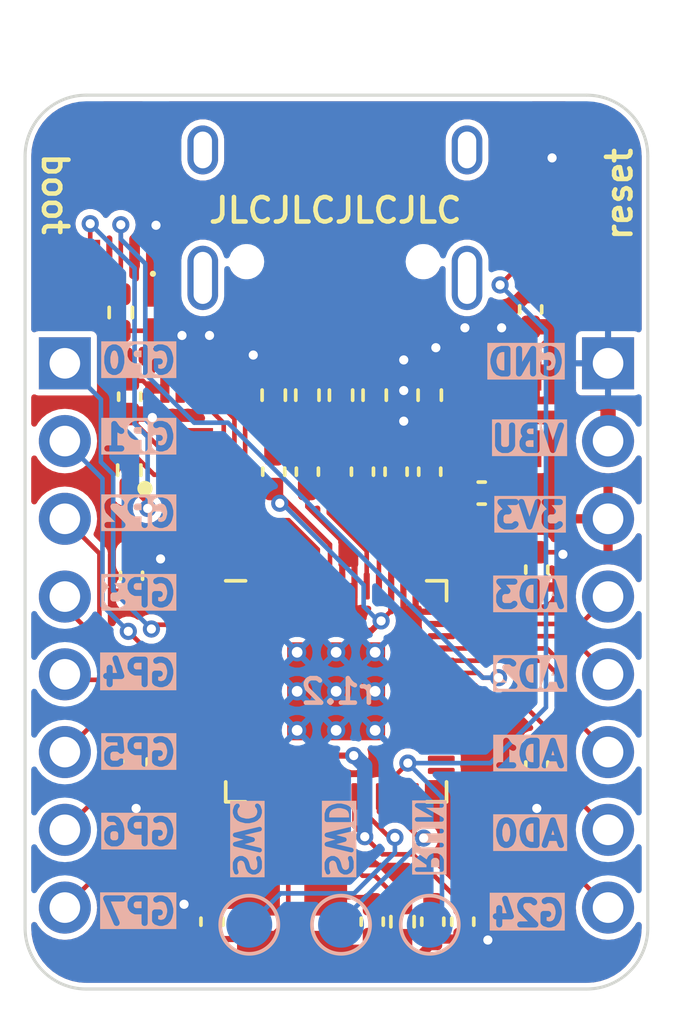
<source format=kicad_pcb>
(kicad_pcb (version 20221018) (generator pcbnew)
  (layers (0 "F.Cu" signal) (31 "B.Cu" signal) (34 "B.Paste" user) (35 "F.Paste" user) (36 "B.SilkS" user "B.Silkscreen") (37 "F.SilkS" user "F.Silkscreen") (38 "B.Mask" user) (39 "F.Mask" user) (44 "Edge.Cuts" user))
  (net 0 "")
  (net 1 "/XIN")
  (net 2 "GND")
  (net 3 "VBUS")
  (net 4 "Net-(C3-Pad1)")
  (net 5 "+3.3V")
  (net 6 "/USB_BOOT")
  (net 7 "+1V1")
  (net 8 "/USB_D+")
  (net 9 "/USB_D-")
  (net 10 "/SQPI_SS")
  (net 11 "/QSPI_SD1")
  (net 12 "/QSPI_SD2")
  (net 13 "/SWCLK")
  (net 14 "/SWD")
  (net 15 "/RUN")
  (net 16 "/XOUT")
  (net 17 "/QSPI_SD0")
  (net 18 "/QSPI_SCLK")
  (net 19 "/QSPI_SD3")
  (net 21 "Net-(J2-CC1)")
  (net 23 "Net-(J2-CC2)")
  (net 26 "/ADC3")
  (net 27 "/GP24")
  (net 44 "/GP0")
  (net 45 "/GP1")
  (net 46 "/GP2")
  (net 47 "/GP3")
  (net 48 "/GP4")
  (net 49 "/GP5")
  (net 50 "/GP6")
  (net 51 "/GP7")
  (net 52 "/USB_CHIP_D+")
  (net 53 "/USB_CHIP_D-")
  (net 54 "Net-(D3-A)")
  (net 55 "/GP25_LED")
  (net 56 "Net-(IC2-EN)")
  (net 58 "/ADC0")
  (net 59 "/ADC1")
  (net 60 "/ADC2")
  (footprint "Connector_PinHeader_2.54mm:PinHeader_1x08_P2.54mm_Vertical" (layer "F.Cu") (at 109.93 63.3275)
    (fp_text reference "J4" hide)
    (fp_text value "Power")
  )
  (footprint "Capacitor_SMD:C_0402_1005Metric_Pad0.74x0.62mm_HandSolder" (layer "F.Cu") (at 103 66.8675 90)
    (fp_text reference "C13" hide)
    (fp_text value "100n")
  )
  (footprint "Capacitor_SMD:C_0402_1005Metric_Pad0.74x0.62mm_HandSolder" (layer "F.Cu") (at 94.5 76.3675 -90)
    (fp_text reference "C14" hide)
    (fp_text value "100n")
  )
  (footprint "Resistor_SMD:R_0402_1005Metric_Pad0.72x0.64mm_HandSolder" (layer "F.Cu") (at 103.21 81.5675 -90)
    (fp_text reference "R4" hide)
    (fp_text value "1k")
  )
  (footprint "Resistor_SMD:R_0402_1005Metric_Pad0.72x0.64mm_HandSolder" (layer "F.Cu") (at 101.2 64.3675 -90)
    (fp_text reference "R7" hide)
    (fp_text value "27R")
  )
  (footprint "Capacitor_SMD:C_0402_1005Metric_Pad0.74x0.62mm_HandSolder" (layer "F.Cu") (at 100.1 66.8675 90)
    (fp_text reference "C11" hide)
    (fp_text value "100n")
  )
  (footprint "Connector_PinHeader_2.54mm:PinHeader_1x08_P2.54mm_Vertical" (layer "F.Cu") (at 92.17 63.3275)
    (fp_text reference "J1" hide)
    (fp_text value "GPIO")
  )
  (footprint "Capacitor_SMD:C_0402_1005Metric_Pad0.74x0.62mm_HandSolder" (layer "F.Cu") (at 104.1 66.8675 90)
    (fp_text reference "C10" hide)
    (fp_text value "1u")
  )
  (footprint "Connector_USB:USB_C_Receptacle_HRO_TYPE-C-31-M-12" (layer "F.Cu") (at 101 57.4075 180)
    (fp_text reference "J2" hide)
    (fp_text value "USB_C_Receptacle")
  )
  (footprint "Capacitor_SMD:C_0402_1005Metric_Pad0.74x0.62mm_HandSolder" (layer "F.Cu") (at 105.8 67.5675 180)
    (fp_text reference "C5" hide)
    (fp_text value "1u")
  )
  (footprint "Capacitor_SMD:C_0402_1005Metric_Pad0.74x0.62mm_HandSolder" (layer "F.Cu") (at 99 66.8675 90)
    (fp_text reference "C6" hide)
    (fp_text value "100n")
  )
  (footprint "Capacitor_SMD:C_0402_1005Metric_Pad0.74x0.62mm_HandSolder" (layer "F.Cu") (at 107.6 70.0675 90)
    (fp_text reference "C12" hide)
    (fp_text value "100n")
  )
  (footprint "Capacitor_SMD:C_0402_1005Metric_Pad0.74x0.62mm_HandSolder" (layer "F.Cu") (at 94.28975 64.4175 -90)
    (fp_text reference "C17" hide)
    (fp_text value "100n")
  )
  (footprint "Capacitor_SMD:C_0402_1005Metric_Pad0.74x0.62mm_HandSolder" (layer "F.Cu") (at 107.6 76.4675 -90)
    (fp_text reference "C9" hide)
    (fp_text value "100n")
  )
  (footprint "Capacitor_SMD:C_0402_1005Metric_Pad0.74x0.62mm_HandSolder" (layer "F.Cu") (at 96.98 81.5675 90)
    (fp_text reference "C1" hide)
    (fp_text value "15p")
  )
  (footprint "Capacitor_SMD:C_0402_1005Metric_Pad0.74x0.62mm_HandSolder" (layer "F.Cu") (at 94.35 70.2675 90)
    (fp_text reference "C15" hide)
    (fp_text value "100n")
  )
  (footprint "Capacitor_SMD:C_0402_1005Metric_Pad0.74x0.62mm_HandSolder" (layer "F.Cu") (at 105.18 81.5675 -90)
    (fp_text reference "C7" hide)
    (fp_text value "100n")
  )
  (footprint "mcu_rpi:RP2040-QFN-56" (layer "F.Cu") (at 101.03975 74.0425)
    (fp_text reference "U3" hide)
    (fp_text value "RP2040")
  )
  (footprint "Button_Switch_SMD:SMT_4.2X3.2_" (layer "F.Cu") (at 94.075 57.7425 90)
    (fp_text reference "SW2" hide)
    (fp_text value "boot" hide)
  )
  (footprint "Capacitor_SMD:C_0402_1005Metric_Pad0.74x0.62mm_HandSolder" (layer "F.Cu") (at 102.22 81.5675 -90)
    (fp_text reference "C3" hide)
    (fp_text value "15p")
  )
  (footprint "Crystal:Crystal_SMD_3225-4Pin_3.2x2.5mm" (layer "F.Cu") (at 99.6 81.6175)
    (fp_text reference "Y1" hide)
    (fp_text value "12MHz")
  )
  (footprint "Capacitor_SMD:C_0402_1005Metric_Pad0.74x0.62mm_HandSolder" (layer "F.Cu") (at 104.2 81.5675 -90)
    (fp_text reference "C16" hide)
    (fp_text value "100n")
  )
  (footprint "Package_SON:SON50P300X200X60-9N" (layer "F.Cu") (at 96.18975 65.5675 90)
    (fp_text reference "IC1" hide)
    (fp_text value "W25Q16JVUXIQ_TR" hide)
  )
  (footprint "Package_TO_SOT_SMD:SOT95P282X130-5N" (layer "F.Cu") (at 106.5 64.8675 -90)
    (fp_text reference "IC2" hide)
    (fp_text value "AP2112K-3.3TRG1" hide)
  )
  (footprint "Resistor_SMD:R_0402_1005Metric_Pad0.72x0.64mm_HandSolder" (layer "F.Cu") (at 99 64.3675 -90)
    (fp_text reference "R3" hide)
    (fp_text value "5k1")
  )
  (footprint "Capacitor_SMD:C_0402_1005Metric_Pad0.74x0.62mm_HandSolder" (layer "F.Cu") (at 101.9 66.8675 90)
    (fp_text reference "C8" hide)
    (fp_text value "1u")
  )
  (footprint "Resistor_SMD:R_0402_1005Metric_Pad0.72x0.64mm_HandSolder" (layer "F.Cu") (at 94.27725 66.8175 90)
    (fp_text reference "R1" hide)
    (fp_text value "1k")
  )
  (footprint "Resistor_SMD:R_0402_1005Metric_Pad0.72x0.64mm_HandSolder" (layer "F.Cu") (at 104.1 64.3675 90)
    (fp_text reference "R9" hide)
    (fp_text value "10k")
  )
  (footprint "Resistor_SMD:R_0402_1005Metric_Pad0.72x0.64mm_HandSolder" (layer "F.Cu") (at 94 61.6675 -90)
    (fp_text reference "R8" hide)
    (fp_text value "1k")
  )
  (footprint "Button_Switch_SMD:SMT_4.2X3.2_" (layer "F.Cu") (at 108 57.6675 90)
    (fp_text reference "SW1" hide)
    (fp_text value "reset" hide)
  )
  (footprint "LED_SMD:LED_0402_1005Metric_Pad0.77x0.64mm_HandSolder" (layer "F.Cu") (at 95.05 61.6675 -90)
    (fp_text reference "D3" hide)
    (fp_text value "LED")
  )
  (footprint "Capacitor_SMD:C_0402_1005Metric_Pad0.74x0.62mm_HandSolder" (layer "F.Cu") (at 107.4 61.5675 90)
    (fp_text reference "C2" hide)
    (fp_text value "1u")
  )
  (footprint "Resistor_SMD:R_0402_1005Metric_Pad0.72x0.64mm_HandSolder" (layer "F.Cu") (at 102.3 64.3675 -90)
    (fp_text reference "R2" hide)
    (fp_text value "5k1")
  )
  (footprint "Resistor_SMD:R_0402_1005Metric_Pad0.72x0.64mm_HandSolder" (layer "F.Cu") (at 100.1 64.3675 -90)
    (fp_text reference "R6" hide)
    (fp_text value "27R")
  )
  (footprint "TestPoint:TestPoint_Pad_D1.5mm" (layer "B.Cu") (at 104.1 81.6675 180)
    (fp_text reference "TP3" hide)
    (fp_text value "RUN")
  )
  (footprint "TestPoint:TestPoint_Pad_D1.5mm" (layer "B.Cu") (at 101.2 81.6675 180)
    (fp_text reference "TP2" hide)
    (fp_text value "SWD")
  )
  (footprint "TestPoint:TestPoint_Pad_D1.5mm" (layer "B.Cu") (at 98.2 81.6675 180)
    (fp_text reference "TP1" hide)
    (fp_text value "SWC")
  )
  (gr_line (start 92.87 83.7675) (end 109.23 83.7675) (stroke (width 0.1)) (layer "Edge.Cuts"))
  (gr_line (start 109.23 54.5675) (end 92.87 54.5675) (stroke (width 0.1)) (layer "Edge.Cuts"))
  (gr_line (start 111.23 81.7675) (end 111.23 56.5675) (stroke (width 0.1)) (layer "Edge.Cuts"))
  (gr_arc (start 111.23 81.7675) (mid 110.644214 83.181714) (end 109.23 83.7675) (stroke (width 0.1)) (layer "Edge.Cuts"))
  (gr_line (start 90.87 56.5675) (end 90.87 81.7675) (stroke (width 0.1)) (layer "Edge.Cuts"))
  (gr_arc (start 109.23 54.5675) (mid 110.644214 55.153286) (end 111.23 56.5675) (stroke (width 0.1)) (layer "Edge.Cuts"))
  (gr_arc (start 92.87 83.7675) (mid 91.455786 83.181714) (end 90.87 81.7675) (stroke (width 0.1)) (layer "Edge.Cuts"))
  (gr_arc (start 90.87 56.5675) (mid 91.455786 55.153286) (end 92.87 54.5675) (stroke (width 0.1)) (layer "Edge.Cuts"))
  (gr_text "GP7" (at 95.9 81.7175) (layer "B.SilkS" knockout) (effects (font (size 0.8 0.8) (thickness 0.2) bold) (justify left bottom mirror)))
  (gr_text "AD3" (at 108.6 71.3675) (layer "B.SilkS" knockout) (effects (font (size 0.8 0.8) (thickness 0.2) bold) (justify left bottom mirror)))
  (gr_text "G24" (at 108.6 81.7675) (layer "B.SilkS" knockout) (effects (font (size 0.8 0.8) (thickness 0.2) bold) (justify left bottom mirror)))
  (gr_text "GP1" (at 95.9 66.2175) (layer "B.SilkS" knockout) (effects (font (size 0.8 0.8) (thickness 0.2) bold) (justify left bottom mirror)))
  (gr_text "AD1" (at 108.6 76.5675) (layer "B.SilkS" knockout) (effects (font (size 0.8 0.8) (thickness 0.2) bold) (justify left bottom mirror)))
  (gr_text "GP2" (at 95.9 68.7175) (layer "B.SilkS" knockout) (effects (font (size 0.8 0.8) (thickness 0.2) bold) (justify left bottom mirror)))
  (gr_text "SWC" (at 98.1 78.8675 270) (layer "B.SilkS" knockout) (effects (font (size 0.8 0.8)) (justify mirror)))
  (gr_text "VBU\n" (at 108.6 66.2675) (layer "B.SilkS" knockout) (effects (font (size 0.8 0.8) (thickness 0.2) bold) (justify left bottom mirror)))
  (gr_text "RUN" (at 104.05 78.8175 270) (layer "B.SilkS" knockout) (effects (font (size 0.8 0.8)) (justify mirror)))
  (gr_text "AD2\n" (at 108.6 73.9675) (layer "B.SilkS" knockout) (effects (font (size 0.8 0.8) (thickness 0.2) bold) (justify left bottom mirror)))
  (gr_text "GND\n" (at 108.6 63.7675) (layer "B.SilkS" knockout) (effects (font (size 0.8 0.8) (thickness 0.2) bold) (justify left bottom mirror)))
  (gr_text "GP5" (at 95.9 76.5175) (layer "B.SilkS" knockout) (effects (font (size 0.8 0.8) (thickness 0.2) bold) (justify left bottom mirror)))
  (gr_text "SWD" (at 101.1 78.8675 270) (layer "B.SilkS" knockout) (effects (font (size 0.8 0.8)) (justify mirror)))
  (gr_text "GP0" (at 95.9 63.7175) (layer "B.SilkS" knockout) (effects (font (size 0.8 0.8) (thickness 0.2) bold) (justify left bottom mirror)))
  (gr_text "GP3" (at 95.9 71.3175) (layer "B.SilkS" knockout) (effects (font (size 0.8 0.8) (thickness 0.2) bold) (justify left bottom mirror)))
  (gr_text "3V3" (at 108.6 68.7675) (layer "B.SilkS" knockout) (effects (font (size 0.8 0.8) (thickness 0.2) bold) (justify left bottom mirror)))
  (gr_text "GP4" (at 95.9 73.9175) (layer "B.SilkS" knockout) (effects (font (size 0.8 0.8) (thickness 0.2) bold) (justify left bottom mirror)))
  (gr_text "r1.2" (at 101.1 74.05) (layer "B.SilkS") (effects (font (size 0.8 0.8)) (justify mirror)))
  (gr_text "AD0" (at 108.6 79.1675) (layer "B.SilkS" knockout) (effects (font (size 0.8 0.8) (thickness 0.2) bold) (justify left bottom mirror)))
  (gr_text "GP6" (at 95.9 79.1175) (layer "B.SilkS" knockout) (effects (font (size 0.8 0.8) (thickness 0.2) bold) (justify left bottom mirror)))
  (gr_text "JLCJLCJLCJLC" (at 96.8 58.8) (layer "F.SilkS") (effects (font (size 0.8 0.8)) (justify left bottom)))
  (gr_text "boot" (at 91.85 57.8 270) (layer "F.SilkS") (effects (font (size 0.8 0.8))))
  (gr_text "reset" (at 110.3 57.8 90) (layer "F.SilkS") (effects (font (size 0.8 0.8))))
  (segment (start 100.43975 79.17775) (end 99.475 80.1425) (width 0.15) (layer "F.Cu") (net 1))
  (segment (start 98.1675 82.135) (end 98.5 82.4675) (width 0.2) (layer "F.Cu") (net 1))
  (segment (start 99.475 81.4925) (end 98.5 82.4675) (width 0.15) (layer "F.Cu") (net 1))
  (segment (start 96.98 82.135) (end 98.1675 82.135) (width 0.2) (layer "F.Cu") (net 1))
  (segment (start 100.43975 77.48) (end 100.43975 79.17775) (width 0.15) (layer "F.Cu") (net 1))
  (segment (start 99.475 80.1425) (end 99.475 81.4925) (width 0.15) (layer "F.Cu") (net 1))
  (segment (start 99 66.3) (end 99 64.965) (width 0.5) (layer "F.Cu") (net 2))
  (segment (start 94.304377 65.049627) (end 95.089845 65.049627) (width 0.15) (layer "F.Cu") (net 2))
  (segment (start 99.125 80.1425) (end 98.5 80.7675) (width 0.15) (layer "F.Cu") (net 2))
  (segment (start 103.25 64.2175) (end 103.25 65.2175) (width 0.5) (layer "F.Cu") (net 2))
  (segment (start 105.2125 82.1675) (end 105.18 82.135) (width 0.15) (layer "F.Cu") (net 2))
  (segment (start 104.2 62.6275) (end 104.3 62.5275) (width 0.5) (layer "F.Cu") (net 2))
  (segment (start 104.1 66.3) (end 104.8325 66.3) (width 0.3) (layer "F.Cu") (net 2))
  (segment (start 106.45 62.1675) (end 106.5 62.2175) (width 0.5) (layer "F.Cu") (net 2))
  (segment (start 98.5 80.7675) (end 98.6 80.7675) (width 0.3) (layer "F.Cu") (net 2))
  (segment (start 100 66.3) (end 99 66.3) (width 0.5) (layer "F.Cu") (net 2))
  (segment (start 98.2675 81) (end 98.5 80.7675) (width 0.3) (layer "F.Cu") (net 2))
  (segment (start 106 82.1675) (end 105.2125 82.1675) (width 0.15) (layer "F.Cu") (net 2))
  (segment (start 94.5 76.935) (end 94.5 77.8675) (width 0.15) (layer "F.Cu") (net 2))
  (segment (start 104.01 62.8175) (end 104.25 62.5775) (width 0.5) (layer "F.Cu") (net 2))
  (segment (start 101.8875 82.4675) (end 102.22 82.135) (width 0.3) (layer "F.Cu") (net 2))
  (segment (start 103.581249 82.8725) (end 104.2 82.253749) (width 0.3) (layer "F.Cu") (net 2))
  (segment (start 95.05 61.095) (end 95.05 58.9175) (width 0.3) (layer "F.Cu") (net 2))
  (segment (start 94.35 69.7) (end 95.2825 69.7) (width 0.15) (layer "F.Cu") (net 2))
  (segment (start 102.22 82.135) (end 102.22 82.253749) (width 0.3) (layer "F.Cu") (net 2))
  (segment (start 103.25 63.2175) (end 103.25 64.2175) (width 0.5) (layer "F.Cu") (net 2))
  (segment (start 108.1 56.6175) (end 108.1 56.5675) (width 0.15) (layer "F.Cu") (net 2))
  (segment (start 103.25 62.8175) (end 103.44 62.6275) (width 0.5) (layer "F.Cu") (net 2))
  (segment (start 95.2825 69.7) (end 95.3 69.7175) (width 0.15) (layer "F.Cu") (net 2))
  (segment (start 104.8325 66.3) (end 104.8325 67.1675) (width 0.3) (layer "F.Cu") (net 2))
  (segment (start 99 64.965) (end 98.97483 64.965) (width 0.5) (layer "F.Cu") (net 2))
  (segment (start 95.83 61.1475) (end 95.7775 61.095) (width 0.3) (layer "F.Cu") (net 2))
  (segment (start 104.2 82.253749) (end 104.2 82.135) (width 0.3) (layer "F.Cu") (net 2))
  (segment (start 103.25 65.2175) (end 103 64.9675) (width 0.5) (layer "F.Cu") (net 2))
  (segment (start 107.311901 61) (end 106.5 61.811901) (width 0.5) (layer "F.Cu") (net 2))
  (segment (start 95.25 66.0675) (end 96.68975 66.0675) (width 0.15) (layer "F.Cu") (net 2))
  (segment (start 108.1 56.5675) (end 109.075 55.5925) (width 0.15) (layer "F.Cu") (net 2))
  (segment (start 100.03975 77.48) (end 100.03975 79.082776) (width 0.15) (layer "F.Cu") (net 2))
  (segment (start 104.3 62.5275) (end 104.3 62.8175) (width 0.5) (layer "F.Cu") (net 2))
  (segment (start 104.2 82.135) (end 105.18 82.135) (width 0.3) (layer "F.Cu") (net 2))
  (segment (start 95.05 58.9175) (end 95.15 58.8175) (width 0.3) (layer "F.Cu") (net 2))
  (segment (start 106.5 61.811901) (end 106.5 62.1175) (width 0.5) (layer "F.Cu") (net 2))
  (segment (start 98.33 63.0575) (end 98.29 63.0575) (width 0.3) (layer "F.Cu") (net 2))
  (segment (start 96.93975 66.3175) (end 96.93975 66.9675) (width 0.15) (layer "F.Cu") (net 2))
  (segment (start 97.5 62.5675) (end 96.15 62.5675) (width 0.5) (layer "F.Cu") (net 2))
  (segment (start 107.4 61) (end 107.311901 61) (width 0.5) (layer "F.Cu") (net 2))
  (segment (start 99.125 79.997526) (end 99.125 80.1425) (width 0.15) (layer "F.Cu") (net 2))
  (segment (start 98.33 64.295) (end 99 64.965) (width 0.3) (layer "F.Cu") (net 2))
  (segment (start 95.7775 61.095) (end 95.05 61.095) (width 0.3) (layer "F.Cu") (net 2))
  (segment (start 100.03975 79.082776) (end 99.125 79.997526) (width 0.15) (layer "F.Cu") (net 2))
  (segment (start 104.3 62.8175) (end 104.01 62.8175) (width 0.5) (layer "F.Cu") (net 2))
  (segment (start 102.3025 64.9675) (end 102.3 64.965) (width 0.5) (layer "F.Cu") (net 2))
  (segment (start 102.22 82.253749) (end 102.838751 82.8725) (width 0.3) (layer "F.Cu") (net 2))
  (segment (start 107.6 77.035) (end 107.6 77.8675) (width 0.15) (layer "F.Cu") (net 2))
  (segment (start 104.8325 67.1675) (end 105.2325 67.5675) (width 0.3) (layer "F.Cu") (net 2))
  (segment (start 98.33 63.0575) (end 98.33 64.295) (width 0.3) (layer "F.Cu") (net 2))
  (segment (start 98.29 63.0575) (end 97.65 62.4175) (width 0.5) (layer "F.Cu") (net 2))
  (segment (start 100.7 82.4675) (end 101.8875 82.4675) (width 0.3) (layer "F.Cu") (net 2))
  (segment (start 102.838751 82.8725) (end 103.581249 82.8725) (width 0.3) (layer "F.Cu") (net 2))
  (segment (start 103.44 62.6275) (end 104.2 62.6275) (width 0.5) (layer "F.Cu") (net 2))
  (segment (start 106.5 62.2175) (end 106.5 63.6175) (width 0.5) (layer "F.Cu") (net 2))
  (segment (start 103.25 63.2175) (end 103.25 62.8175) (width 0.5) (layer "F.Cu") (net 2))
  (segment (start 99 65.038383) (end 99 64.965) (width 0.3) (layer "F.Cu") (net 2))
  (segment (start 97.65 62.4175) (end 97.5 62.5675) (width 0.5) (layer "F.Cu") (net 2))
  (segment (start 107.6 69.5) (end 108.387 69.5) (width 0.15) (layer "F.Cu") (net 2))
  (segment (start 104.25 62.5775) (end 104.25 61.4525) (width 0.5) (layer "F.Cu") (net 2))
  (segment (start 106.5 62.1175) (end 106.45 62.1675) (width 0.5) (layer "F.Cu") (net 2))
  (segment (start 97.75 62.4775) (end 97.75 61.4525) (width 0.3) (layer "F.Cu") (net 2))
  (segment (start 95.05 59.9175) (end 95.15 59.8175) (width 0.15) (layer "F.Cu") (net 2))
  (segment (start 96.68975 66.0675) (end 96.93975 66.3175) (width 0.15) (layer "F.Cu") (net 2))
  (segment (start 96.0675 81) (end 96.98 81) (width 0.3) (layer "F.Cu") (net 2))
  (segment (start 96.98 81) (end 98.2675 81) (width 0.3) (layer "F.Cu") (net 2))
  (segment (start 96 61.609582) (end 95.83 61.439582) (width 0.3) (layer "F.Cu") (net 2))
  (segment (start 100.3 82.4675) (end 100.7 82.4675) (width 0.3) (layer "F.Cu") (net 2))
  (segment (start 95.83 61.439582) (end 95.83 61.1475) (width 0.3) (layer "F.Cu") (net 2))
  (segment (start 103 64.9675) (end 102.3025 64.9675) (width 0.5) (layer "F.Cu") (net 2))
  (segment (start 108.387 69.5) (end 108.4545 69.5675) (width 0.15) (layer "F.Cu") (net 2))
  (segment (start 94.28975 65.10725) (end 95.25 66.0675) (width 0.15) (layer "F.Cu") (net 2))
  (segment (start 96.15 62.5675) (end 96 62.4175) (width 0.5) (layer "F.Cu") (net 2))
  (segment (start 96 62.4175) (end 96 61.609582) (width 0.3) (layer "F.Cu") (net 2))
  (via (at 103.25 64.2175) (size 0.56) (drill 0.3) (layers "F.Cu" "B.Cu") (net 2))
  (via (at 94.5 77.8675) (size 0.56) (drill 0.3) (layers "F.Cu" "B.Cu") (net 2))
  (via (at 103.25 63.2175) (size 0.56) (drill 0.3) (layers "F.Cu" "B.Cu") (net 2))
  (via (at 108.1 56.6175) (size 0.56) (drill 0.3) (layers "F.Cu" "B.Cu") (net 2))
  (via (at 107.6 77.8675) (size 0.56) (drill 0.3) (layers "F.Cu" "B.Cu") (net 2))
  (via (at 95.15 58.8175) (size 0.56) (drill 0.3) (layers "F.Cu" "B.Cu") (net 2))
  (via (at 104.3 62.8175) (size 0.56) (drill 0.3) (layers "F.Cu" "B.Cu") (net 2))
  (via (at 103.25 65.2175) (size 0.56) (drill 0.3) (layers "F.Cu" "B.Cu") (net 2))
  (via (at 106.45 62.1675) (size 0.56) (drill 0.3) (layers "F.Cu" "B.Cu") (net 2))
  (via (at 98.33 63.0575) (size 0.56) (drill 0.3) (layers "F.Cu" "B.Cu") (net 2))
  (via (at 96 62.4175) (size 0.56) (drill 0.3) (layers "F.Cu" "B.Cu") (net 2))
  (via (at 95.03175 65.09814) (size 0.56) (drill 0.3) (layers "F.Cu" "B.Cu") (net 2))
  (via (at 108.4545 69.5675) (size 0.56) (drill 0.3) (layers "F.Cu" "B.Cu") (net 2))
  (via (at 96.0675 81) (size 0.56) (drill 0.3) (layers "F.Cu" "B.Cu") (net 2))
  (via (at 96.9 62.4175) (size 0.56) (drill 0.3) (layers "F.Cu" "B.Cu") (net 2))
  (via (at 105.25 62.1675) (size 0.56) (drill 0.3) (layers "F.Cu" "B.Cu") (net 2))
  (via (at 95.3 69.7175) (size 0.56) (drill 0.3) (layers "F.Cu" "B.Cu") (net 2))
  (via (at 106 82.1675) (size 0.56) (drill 0.3) (layers "F.Cu" "B.Cu") (net 2))
  (segment (start 109.93 61.8975) (end 109.9 61.8675) (width 0.5) (layer "B.Cu") (net 2))
  (segment (start 107.45 63.6175) (end 108.3 63.6175) (width 0.5) (layer "F.Cu") (net 3))
  (segment (start 106.6025 64.965) (end 107.45 64.1175) (width 0.15) (layer "F.Cu") (net 3))
  (segment (start 103.424695 58.6675) (end 104.9 58.6675) (width 0.8) (layer "F.Cu") (net 3))
  (segment (start 103.35 60.592805) (end 103.35 61.4525) (width 0.3) (layer "F.Cu") (net 3))
  (segment (start 98.45 61.4525) (end 98.45 60.7675) (width 0.3) (layer "F.Cu") (net 3))
  (segment (start 102.424695 59.6675) (end 103.424695 58.6675) (width 0.8) (layer "F.Cu") (net 3))
  (segment (start 108.63 64.6275) (end 109.81 64.6275) (width 0.5) (layer "F.Cu") (net 3))
  (segment (start 109.93 64.7475) (end 109.93 65.8675) (width 0.5) (layer "F.Cu") (net 3))
  (segment (start 98.45 60.7675) (end 99.55 59.6675) (width 0.3) (layer "F.Cu") (net 3))
  (segment (start 104.1 64.965) (end 106.6025 64.965) (width 0.15) (layer "F.Cu") (net 3))
  (segment (start 99.55 59.6675) (end 102.424695 59.6675) (width 0.8) (layer "F.Cu") (net 3))
  (segment (start 109.81 64.6275) (end 109.93 64.7475) (width 0.5) (layer "F.Cu") (net 3))
  (segment (start 108.63 63.9475) (end 108.63 64.6275) (width 0.5) (layer "F.Cu") (net 3))
  (segment (start 108.3 63.6175) (end 108.63 63.9475) (width 0.5) (layer "F.Cu") (net 3))
  (segment (start 102.424695 59.6675) (end 103.35 60.592805) (width 0.3) (layer "F.Cu") (net 3))
  (segment (start 107.45 64.1175) (end 107.45 63.6175) (width 0.15) (layer "F.Cu") (net 3))
  (segment (start 102.22 81) (end 103.21 81.99) (width 0.15) (layer "F.Cu") (net 4))
  (segment (start 100.7 80.7675) (end 101.9875 80.7675) (width 0.15) (layer "F.Cu") (net 4))
  (segment (start 101.9875 80.7675) (end 102.22 81) (width 0.15) (layer "F.Cu") (net 4))
  (segment (start 103.21 81.99) (end 103.21 82.165) (width 0.15) (layer "F.Cu") (net 4))
  (segment (start 98.71475 71.5675) (end 98.51475 71.7675) (width 0.3) (layer "F.Cu") (net 5))
  (segment (start 94.675 75.0925) (end 94.5 75.2675) (width 0.2) (layer "F.Cu") (net 5))
  (segment (start 94.98975 64.1675) (end 95.43975 64.1675) (width 0.15) (layer "F.Cu") (net 5))
  (segment (start 103.63975 71.2925) (end 103.63975 71.4425) (width 0.15) (layer "F.Cu") (net 5))
  (segment (start 101.933989 76.742) (end 101.983489 76.6925) (width 0.2) (layer "F.Cu") (net 5))
  (segment (start 104.2 80.987317) (end 102.930183 79.7175) (width 0.15) (layer "F.Cu") (net 5))
  (segment (start 97.60225 75.0425) (end 98.48975 75.0425) (width 0.2) (layer "F.Cu") (net 5))
  (segment (start 103.23975 70.605) (end 103.23975 71.8425) (width 0.15) (layer "F.Cu") (net 5))
  (segment (start 99.23975 76.6925) (end 101.055435 76.6925) (width 0.3) (layer "F.Cu") (net 5))
  (segment (start 103.23975 74.9675) (end 103.23975 75.6425) (width 0.5) (layer "F.Cu") (net 5))
  (segment (start 103.31475 75.0425) (end 103.23975 74.9675) (width 0.2) (layer "F.Cu") (net 5))
  (segment (start 104.43975 70.9425) (end 104.43975 70.8675) (width 0.5) (layer "F.Cu") (net 5))
  (segment (start 97.60225 75.0425) (end 96.2575 75.0425) (width 0.2) (layer "F.Cu") (net 5))
  (segment (start 94.5 75.2675) (end 94.5 75.8) (width 0.2) (layer "F.Cu") (net 5))
  (segment (start 104.1 68.60725) (end 103.63975 69.0675) (width 0.2) (layer "F.Cu") (net 5))
  (segment (start 97.60225 71.06975) (end 97.60225 71.4425) (width 0.15) (layer "F.Cu") (net 5))
  (segment (start 94.3675 70.8175) (end 97.35 70.8175) (width 0.15) (layer "F.Cu") (net 5))
  (segment (start 102.206907 76.709657) (end 102.18975 76.6925) (width 0.3) (layer "F.Cu") (net 5))
  (segment (start 106.175 75.0425) (end 107.0325 75.9) (width 0.2) (layer "F.Cu") (net 5))
  (segment (start 101.933489 76.7425) (end 101.983489 76.6925) (width 0.2) (layer "F.Cu") (net 5))
  (segment (start 103 67.435) (end 103 68.82775) (width 0.2) (layer "F.Cu") (net 5))
  (segment (start 100.1 68.012672) (end 100.1 67.435) (width 0.15) (layer "F.Cu") (net 5))
  (segment (start 98.51475 71.7675) (end 98.51475 75.0675) (width 0.3) (layer "F.Cu") (net 5))
  (segment (start 102.05 79.7175) (end 101.23975 78.90725) (width 0.15) (layer "F.Cu") (net 5))
  (segment (start 103.23975 71.8425) (end 103.23975 74.9675) (width 0.5) (layer "F.Cu") (net 5))
  (segment (start 103.63975 71.4425) (end 103.23975 71.8425) (width 0.3) (layer "F.Cu") (net 5))
  (segment (start 104.2 81) (end 104.2 80.987317) (width 0.15) (layer "F.Cu") (net 5))
  (segment (start 101.23975 76.876815) (end 101.055435 76.6925) (width 0.2) (layer "F.Cu") (net 5))
  (segment (start 101.104935 76.742) (end 101.933989 76.742) (width 0.2) (layer "F.Cu") (net 5))
  (segment (start 102.18975 76.6925) (end 101.983489 76.6925) (width 0.3) (layer "F.Cu") (net 5))
  (segment (start 101.23975 71.5675) (end 98.71475 71.5675) (width 0.3) (layer "F.Cu") (net 5))
  (segment (start 94.35 70.835) (end 94.3675 70.8175) (width 0.15) (layer "F.Cu") (net 5))
  (segment (start 104.43975 70.8675) (end 104.17725 70.605) (width 0.5) (layer "F.Cu") (net 5))
  (segment (start 103 68.82775) (end 103.23975 69.0675) (width 0.2) (layer "F.Cu") (net 5))
  (segment (start 101.444775 76.7425) (end 101.933489 76.7425) (width 0.2) (layer "F.Cu") (net 5))
  (segment (start 107.0325 75.9) (end 107.6 75.9) (width 0.2) (layer "F.Cu") (net 5))
  (segment (start 103.23975 69.0675) (end 103.23975 70.605) (width 0.2) (layer "F.Cu") (net 5))
  (segment (start 103.23975 75.6425) (end 102.224065 76.658185) (width 0.3) (layer "F.Cu") (net 5))
  (segment (start 101.23975 77.48) (end 101.23975 76.947525) (width 0.2) (layer "F.Cu") (net 5))
  (segment (start 101.23975 77.48) (end 101.23975 76.876815) (width 0.2) (layer "F.Cu") (net 5))
  (segment (start 104.43975 70.9425) (end 104.43975 71.2925) (width 0.5) (layer "F.Cu") (net 5))
  (segment (start 94.72225 63.9) (end 94.98975 64.1675) (width 0.15) (layer "F.Cu") (net 5))
  (segment (start 98.51475 75.9675) (end 99.23975 76.6925) (width 0.3) (layer "F.Cu") (net 5))
  (segment (start 98.51475 75.0675) (end 98.51475 75.9675) (width 0.3) (layer "F.Cu") (net 5))
  (segment (start 101.63975 71.5675) (end 101.23975 71.5675) (width 0.3) (layer "F.Cu") (net 5))
  (segment (start 101.63975 70.605) (end 101.63975 71.5675) (width 0.15) (layer "F.Cu") (net 5))
  (segment (start 104.47725 75.0425) (end 103.31475 75.0425) (width 0.2) (layer "F.Cu") (net 5))
  (segment (start 101.23975 78.90725) (end 101.23975 77.48) (width 0.15) (layer "F.Cu") (net 5))
  (segment (start 96.2575 75.0425) (end 96.2075 75.0925) (width 0.2) (layer "F.Cu") (net 5))
  (segment (start 101.63975 69.552422) (end 101.23975 69.152422) (width 0.15) (layer "F.Cu") (net 5))
  (segment (start 102.224065 76.658185) (end 102.224065 76.6925) (width 0.3) (layer "F.Cu") (net 5))
  (segment (start 104.1 67.435) (end 104.1 68.60725) (width 0.2) (layer "F.Cu") (net 5))
  (segment (start 104.47725 71.4425) (end 106.075 71.4425) (width 0.2) (layer "F.Cu") (net 5))
  (segment (start 101.23975 70.605) (end 101.23975 71.5675) (width 0.15) (layer "F.Cu") (net 5))
  (segment (start 98.58975 71.4425) (end 98.71475 71.5675) (width 0.2) (layer "F.Cu") (net 5))
  (segment (start 102.224065 76.6925) (end 102.206907 76.709657) (width 0.3) (layer "F.Cu") (net 5))
  (segment (start 101.23975 76.947525) (end 101.444775 76.7425) (width 0.2) (layer "F.Cu") (net 5))
  (segment (start 101.055435 76.6925) (end 101.104935 76.742) (width 0.2) (layer "F.Cu") (net 5))
  (segment (start 102.930183 79.7175) (end 102.05 79.7175) (width 0.15) (layer "F.Cu") (net 5))
  (segment (start 100.1 68.012672) (end 101.23975 69.152422) (width 0.15) (layer "F.Cu") (net 5))
  (segment (start 98.48975 75.0425) (end 98.51475 75.0675) (width 0.2) (layer "F.Cu") (net 5))
  (segment (start 106.075 71.4425) (end 106.8825 70.635) (width 0.2) (layer "F.Cu") (net 5))
  (segment (start 96.2075 75.0925) (end 94.675 75.0925) (width 0.2) (layer "F.Cu") (net 5))
  (segment (start 97.35 70.8175) (end 97.60225 71.06975) (width 0.15) (layer "F.Cu") (net 5))
  (segment (start 103.63975 70.605) (end 103.63975 71.2925) (width 0.2) (layer "F.Cu") (net 5))
  (segment (start 104.47725 75.0425) (end 106.175 75.0425) (width 0.2) (layer "F.Cu") (net 5))
  (segment (start 94.28975 63.9) (end 94.72225 63.9) (width 0.15) (layer "F.Cu") (net 5))
  (segment (start 106.8825 70.635) (end 107.6 70.635) (width 0.2) (layer "F.Cu") (net 5))
  (segment (start 101.23975 69.152422) (end 101.23975 70.605) (width 0.15) (layer "F.Cu") (net 5))
  (segment (start 103.63975 71.2925) (end 103.78975 71.4425) (width 0.2) (layer "F.Cu") (net 5))
  (segment (start 103.78975 71.4425) (end 104.47725 71.4425) (width 0.2) (layer "F.Cu") (net 5))
  (segment (start 97.60225 71.4425) (end 98.58975 71.4425) (width 0.2) (layer "F.Cu") (net 5))
  (segment (start 104.17725 70.605) (end 103.73975 70.605) (width 0.5) (layer "F.Cu") (net 5))
  (segment (start 101.63975 70.605) (end 101.63975 69.552422) (width 0.15) (layer "F.Cu") (net 5))
  (segment (start 103.63975 69.0675) (end 103.63975 70.605) (width 0.2) (layer "F.Cu") (net 5))
  (segment (start 94.87725 67.89225) (end 94.4 67.415) (width 0.15) (layer "F.Cu") (net 6))
  (segment (start 94.87725 68.0675) (end 94.87725 67.89225) (width 0.15) (layer "F.Cu") (net 6))
  (segment (start 93 58.7675) (end 93 59.8175) (width 0.15) (layer "F.Cu") (net 6))
  (via (at 93 58.7675) (size 0.56) (drill 0.3) (layers "F.Cu" "B.Cu") (net 6))
  (via (at 94.87725 68.0675) (size 0.56) (drill 0.3) (layers "F.Cu" "B.Cu") (net 6))
  (segment (start 95 68.0675) (end 94.87725 68.0675) (width 0.15) (layer "B.Cu") (net 6))
  (segment (start 94.45 65.301279) (end 94.45 60.2175) (width 0.15) (layer "B.Cu") (net 6))
  (segment (start 94.87725 65.728529) (end 94.45 65.301279) (width 0.15) (layer "B.Cu") (net 6))
  (segment (start 94.45 60.2175) (end 93 58.7675) (width 0.15) (layer "B.Cu") (net 6))
  (segment (start 94.87725 68.0675) (end 94.87725 65.728529) (width 0.15) (layer "B.Cu") (net 6))
  (segment (start 99.669854 68.0775) (end 100.83975 69.247396) (width 0.15) (layer "F.Cu") (net 7))
  (segment (start 101.975487 78.792013) (end 101.63975 78.456276) (width 0.15) (layer "F.Cu") (net 7))
  (segment (start 102.83975 70.142196) (end 102.83975 71.43) (width 0.2) (layer "F.Cu") (net 7))
  (segment (start 102.83975 71.137475) (end 102.83975 71.413) (width 0.15) (layer "F.Cu") (net 7))
  (segment (start 99.666888 68.0775) (end 99.669854 68.0775) (width 0.15) (layer "F.Cu") (net 7))
  (segment (start 101.975487 78.792013) (end 102.550974 79.3675) (width 0.15) (layer "F.Cu") (net 7))
  (segment (start 102.83975 71.413) (end 102.51025 71.7425) (width 0.15) (layer "F.Cu") (net 7))
  (segment (start 100.83975 69.247396) (end 100.83975 70.605) (width 0.15) (layer "F.Cu") (net 7))
  (segment (start 102.83975 69.2675) (end 102.83975 70.605) (width 0.15) (layer "F.Cu") (net 7))
  (segment (start 101.9 67.435) (end 101.9 68.32775) (width 0.15) (layer "F.Cu") (net 7))
  (segment (start 99.024388 67.435) (end 99.666888 68.0775) (width 0.15) (layer "F.Cu") (net 7))
  (segment (start 102.18525 72.0675) (end 102.51025 71.7425) (width 0.2) (layer "F.Cu") (net 7))
  (segment (start 102.550974 79.3675) (end 103.5475 79.3675) (width 0.15) (layer "F.Cu") (net 7))
  (segment (start 101.61475 76.142) (end 99.325646 76.142) (width 0.2) (layer "F.Cu") (net 7))
  (segment (start 99 67.435) (end 99.024388 67.435) (width 0.15) (layer "F.Cu") (net 7))
  (segment (start 103.5475 79.3675) (end 105.18 81) (width 0.15) (layer "F.Cu") (net 7))
  (segment (start 99 67.701146) (end 99 67.435) (width 0.15) (layer "F.Cu") (net 7))
  (segment (start 101.63975 78.456276) (end 101.63975 77.48) (width 0.15) (layer "F.Cu") (net 7))
  (segment (start 99.325646 76.142) (end 99.01475 75.831104) (width 0.2) (layer "F.Cu") (net 7))
  (segment (start 99.197209 67.898355) (end 99 67.701146) (width 0.15) (layer "F.Cu") (net 7))
  (segment (start 99.01475 72.0675) (end 102.18525 72.0675) (width 0.2) (layer "F.Cu") (net 7))
  (segment (start 102.83975 71.137475) (end 102.83975 70.605) (width 0.2) (layer "F.Cu") (net 7))
  (segment (start 101.9 68.32775) (end 102.83975 69.2675) (width 0.15) (layer "F.Cu") (net 7))
  (segment (start 99.01475 75.831104) (end 99.01475 72.0675) (width 0.2) (layer "F.Cu") (net 7))
  (via (at 101.975487 78.792013) (size 0.56) (drill 0.3) (layers "F.Cu" "B.Cu") (net 7))
  (via (at 101.61475 76.142) (size 0.56) (drill 0.3) (layers "F.Cu" "B.Cu") (net 7))
  (via (at 99.197209 67.898355) (size 0.56) (drill 0.3) (layers "F.Cu" "B.Cu") (net 7))
  (via (at 102.51025 71.7425) (size 0.56) (drill 0.3) (layers "F.Cu" "B.Cu") (net 7))
  (segment (start 102.51025 71.738) (end 102.51025 71.7425) (width 0.5) (layer "B.Cu") (net 7))
  (segment (start 101.93975 70.5675) (end 101.93975 71.2675) (width 0.15) (layer "B.Cu") (net 7))
  (segment (start 101.975487 78.792013) (end 101.975487 76.478237) (width 0.5) (layer "B.Cu") (net 7))
  (segment (start 99.270605 67.898355) (end 101.93975 70.5675) (width 0.15) (layer "B.Cu") (net 7))
  (segment (start 101.975487 76.478237) (end 101.63925 76.142) (width 0.5) (layer "B.Cu") (net 7))
  (segment (start 101.93975 71.2675) (end 102.41475 71.7425) (width 0.15) (layer "B.Cu") (net 7))
  (segment (start 101.63925 76.142) (end 101.61475 76.142) (width 0.5) (layer "B.Cu") (net 7))
  (segment (start 99.197209 67.898355) (end 99.270605 67.898355) (width 0.15) (layer "B.Cu") (net 7))
  (segment (start 102.41475 71.7425) (end 102.51025 71.7425) (width 0.15) (layer "B.Cu") (net 7))
  (segment (start 100.25 64.06) (end 100.1 63.91) (width 0.15) (layer "F.Cu") (net 8))
  (segment (start 101.25 62.3775) (end 101.175 62.4525) (width 0.15) (layer "F.Cu") (net 8))
  (segment (start 100.325 62.4525) (end 100.25 62.3775) (width 0.15) (layer "F.Cu") (net 8))
  (segment (start 101.175 62.4525) (end 100.325 62.4525) (width 0.15) (layer "F.Cu") (net 8))
  (segment (start 100.1 62.5675) (end 100.25 62.4175) (width 0.15) (layer "F.Cu") (net 8))
  (segment (start 100.25 62.3775) (end 100.25 61.4525) (width 0.15) (layer "F.Cu") (net 8))
  (segment (start 101.25 61.4525) (end 101.25 62.3775) (width 0.15) (layer "F.Cu") (net 8))
  (segment (start 100.1 63.91) (end 100.1 62.5675) (width 0.15) (layer "F.Cu") (net 8))
  (segment (start 100.25 62.4175) (end 100.25 61.4525) (width 0.15) (layer "F.Cu") (net 8))
  (segment (start 100.75 60.5275) (end 100.825 60.4525) (width 0.15) (layer "F.Cu") (net 9))
  (segment (start 101.75 63.0175) (end 101.75 61.4525) (width 0.15) (layer "F.Cu") (net 9))
  (segment (start 101.2 63.5675) (end 101.75 63.0175) (width 0.15) (layer "F.Cu") (net 9))
  (segment (start 100.75 61.4525) (end 100.75 60.5275) (width 0.15) (layer "F.Cu") (net 9))
  (segment (start 100.825 60.4525) (end 101.675 60.4525) (width 0.15) (layer "F.Cu") (net 9))
  (segment (start 101.2 63.77) (end 101.2 63.5675) (width 0.15) (layer "F.Cu") (net 9))
  (segment (start 101.75 60.5275) (end 101.75 61.4525) (width 0.15) (layer "F.Cu") (net 9))
  (segment (start 101.675 60.4525) (end 101.75 60.5275) (width 0.15) (layer "F.Cu") (net 9))
  (segment (start 95.43975 66.9675) (end 95.43975 67.605) (width 0.15) (layer "F.Cu") (net 10))
  (segment (start 95.08725 66.9675) (end 94.28975 66.17) (width 0.15) (layer "F.Cu") (net 10))
  (segment (start 95.43975 67.605) (end 98.43975 70.605) (width 0.15) (layer "F.Cu") (net 10))
  (segment (start 95.43975 66.9675) (end 95.08725 66.9675) (width 0.15) (layer "F.Cu") (net 10))
  (segment (start 95.93975 67.577119) (end 98.215486 69.852855) (width 0.15) (layer "F.Cu") (net 11))
  (segment (start 95.93975 66.9675) (end 95.93975 67.577119) (width 0.15) (layer "F.Cu") (net 11))
  (segment (start 98.83975 69.852855) (end 98.83975 70.605) (width 0.15) (layer "F.Cu") (net 11))
  (segment (start 98.215486 69.852855) (end 98.83975 69.852855) (width 0.15) (layer "F.Cu") (net 11))
  (segment (start 99.23975 69.692172) (end 99.23975 70.605) (width 0.15) (layer "F.Cu") (net 12))
  (segment (start 96.43975 67.5675) (end 98.375105 69.502855) (width 0.15) (layer "F.Cu") (net 12))
  (segment (start 99.050433 69.502855) (end 99.23975 69.692172) (width 0.15) (layer "F.Cu") (net 12))
  (segment (start 98.375105 69.502855) (end 99.050433 69.502855) (width 0.15) (layer "F.Cu") (net 12))
  (segment (start 96.43975 66.9675) (end 96.43975 67.5675) (width 0.15) (layer "F.Cu") (net 12))
  (segment (start 102.781131 78.813474) (end 102.03975 78.072093) (width 0.15) (layer "F.Cu") (net 13))
  (segment (start 102.961791 78.813474) (end 102.781131 78.813474) (width 0.15) (layer "F.Cu") (net 13))
  (segment (start 102.03975 78.072093) (end 102.03975 77.48) (width 0.15) (layer "F.Cu") (net 13))
  (via (at 102.961791 78.813474) (size 0.56) (drill 0.3) (layers "F.Cu" "B.Cu") (net 13))
  (segment (start 101.630026 80.6425) (end 99.225 80.6425) (width 0.15) (layer "B.Cu") (net 13))
  (segment (start 99.225 80.6425) (end 98.2 81.6675) (width 0.15) (layer "B.Cu") (net 13))
  (segment (start 102.961791 78.813474) (end 102.961791 79.310735) (width 0.15) (layer "B.Cu") (net 13))
  (segment (start 102.961791 79.310735) (end 101.630026 80.6425) (width 0.15) (layer "B.Cu") (net 13))
  (segment (start 103.76962 78.83712) (end 103.190974 78.258474) (width 0.15) (layer "F.Cu") (net 14))
  (segment (start 102.43975 77.977119) (end 102.43975 77.48) (width 0.15) (layer "F.Cu") (net 14))
  (segment (start 103.9 78.83712) (end 103.76962 78.83712) (width 0.15) (layer "F.Cu") (net 14))
  (segment (start 102.721105 78.258474) (end 102.43975 77.977119) (width 0.15) (layer "F.Cu") (net 14))
  (segment (start 103.190974 78.258474) (end 102.721105 78.258474) (width 0.15) (layer "F.Cu") (net 14))
  (via (at 103.9 78.83712) (size 0.56) (drill 0.3) (layers "F.Cu" "B.Cu") (net 14))
  (segment (start 101.2 81.5675) (end 101.2 81.6675) (width 0.15) (layer "B.Cu") (net 14))
  (segment (start 103.9 78.8675) (end 101.2 81.5675) (width 0.15) (layer "B.Cu") (net 14))
  (segment (start 103.9 78.83712) (end 103.9 78.8675) (width 0.15) (layer "B.Cu") (net 14))
  (segment (start 106.925 60.2425) (end 106.925 59.7425) (width 0.15) (layer "F.Cu") (net 15))
  (segment (start 106.4 60.7675) (end 106.925 60.2425) (width 0.15) (layer "F.Cu") (net 15))
  (segment (start 107 55.6675) (end 106.925 55.5925) (width 0.15) (layer "F.Cu") (net 15))
  (segment (start 102.83975 76.932748) (end 102.83975 77.48) (width 0.15) (layer "F.Cu") (net 15))
  (segment (start 103.385051 76.387447) (end 102.83975 76.932748) (width 0.15) (layer "F.Cu") (net 15))
  (via (at 106.4 60.7675) (size 0.56) (drill 0.3) (layers "F.Cu" "B.Cu") (net 15))
  (via (at 103.385051 76.387447) (size 0.56) (drill 0.3) (layers "F.Cu" "B.Cu") (net 15))
  (segment (start 104.5 77.502396) (end 104.5 81.2675) (width 0.15) (layer "B.Cu") (net 15))
  (segment (start 104.5 81.2675) (end 104.1 81.6675) (width 0.15) (layer "B.Cu") (net 15))
  (segment (start 106.080053 76.387447) (end 107.9 74.5675) (width 0.15) (layer "B.Cu") (net 15))
  (segment (start 107.9 74.5675) (end 107.9 62.2675) (width 0.15) (layer "B.Cu") (net 15))
  (segment (start 104.5 77.502396) (end 103.385051 76.387447) (width 0.15) (layer "B.Cu") (net 15))
  (segment (start 103.385051 76.387447) (end 106.080053 76.387447) (width 0.15) (layer "B.Cu") (net 15))
  (segment (start 107.9 62.2675) (end 106.4 60.7675) (width 0.15) (layer "B.Cu") (net 15))
  (segment (start 102.3075 80.0675) (end 101.905026 80.0675) (width 0.15) (layer "F.Cu") (net 16))
  (segment (start 100.83975 79.002224) (end 100.83975 77.48) (width 0.15) (layer "F.Cu") (net 16))
  (segment (start 101.905026 80.0675) (end 100.83975 79.002224) (width 0.15) (layer "F.Cu") (net 16))
  (segment (start 103.21 80.97) (end 102.3075 80.0675) (width 0.15) (layer "F.Cu") (net 16))
  (segment (start 99.195407 69.152855) (end 99.63975 69.597198) (width 0.15) (layer "F.Cu") (net 17))
  (segment (start 96.93975 64.1675) (end 96.93975 64.85725) (width 0.15) (layer "F.Cu") (net 17))
  (segment (start 99.63975 69.597198) (end 99.63975 70.605) (width 0.15) (layer "F.Cu") (net 17))
  (segment (start 97.36475 65.28225) (end 97.36475 67.922198) (width 0.15) (layer "F.Cu") (net 17))
  (segment (start 98.595407 69.152855) (end 99.195407 69.152855) (width 0.15) (layer "F.Cu") (net 17))
  (segment (start 96.93975 64.85725) (end 97.36475 65.28225) (width 0.15) (layer "F.Cu") (net 17))
  (segment (start 97.36475 67.922198) (end 98.595407 69.152855) (width 0.15) (layer "F.Cu") (net 17))
  (segment (start 97.36475 64.787276) (end 97.36475 63.4425) (width 0.15) (layer "F.Cu") (net 18))
  (segment (start 97.71475 65.137275) (end 97.36475 64.787276) (width 0.15) (layer "F.Cu") (net 18))
  (segment (start 98.740381 68.802855) (end 97.71475 67.777224) (width 0.15) (layer "F.Cu") (net 18))
  (segment (start 100.03975 70.605) (end 100.03975 69.502224) (width 0.15) (layer "F.Cu") (net 18))
  (segment (start 99.340381 68.802855) (end 98.740381 68.802855) (width 0.15) (layer "F.Cu") (net 18))
  (segment (start 96.43975 63.5175) (end 96.43975 64.1675) (width 0.15) (layer "F.Cu") (net 18))
  (segment (start 100.03975 69.502224) (end 99.340381 68.802855) (width 0.15) (layer "F.Cu") (net 18))
  (segment (start 97.36475 63.4425) (end 96.51475 63.4425) (width 0.15) (layer "F.Cu") (net 18))
  (segment (start 97.71475 67.777224) (end 97.71475 65.137275) (width 0.15) (layer "F.Cu") (net 18))
  (segment (start 96.51475 63.4425) (end 96.43975 63.5175) (width 0.15) (layer "F.Cu") (net 18))
  (segment (start 99.485355 68.452855) (end 100.43975 69.40725) (width 0.15) (layer "F.Cu") (net 19))
  (segment (start 97.509725 63.0925) (end 97.71475 63.297525) (width 0.15) (layer "F.Cu") (net 19))
  (segment (start 98.06475 64.9923) (end 98.06475 67.550785) (width 0.15) (layer "F.Cu") (net 19))
  (segment (start 97.71475 63.297525) (end 97.71475 64.642301) (width 0.15) (layer "F.Cu") (net 19))
  (segment (start 97.71475 64.642301) (end 98.06475 64.9923) (width 0.15) (layer "F.Cu") (net 19))
  (segment (start 95.93975 64.1675) (end 95.93975 63.522526) (width 0.15) (layer "F.Cu") (net 19))
  (segment (start 98.06475 67.550785) (end 98.96682 68.452855) (width 0.15) (layer "F.Cu") (net 19))
  (segment (start 100.43975 69.40725) (end 100.43975 70.605) (width 0.15) (layer "F.Cu") (net 19))
  (segment (start 96.369776 63.0925) (end 97.509725 63.0925) (width 0.15) (layer "F.Cu") (net 19))
  (segment (start 98.96682 68.452855) (end 99.485355 68.452855) (width 0.15) (layer "F.Cu") (net 19))
  (segment (start 95.93975 63.522526) (end 96.369776 63.0925) (width 0.15) (layer "F.Cu") (net 19))
  (segment (start 102.3 63.77) (end 102.25 63.72) (width 0.2) (layer "F.Cu") (net 21))
  (segment (start 102.25 63.72) (end 102.25 61.4525) (width 0.2) (layer "F.Cu") (net 21))
  (segment (start 99 63.77) (end 99.1 63.67) (width 0.2) (layer "F.Cu") (net 23))
  (segment (start 99.1 62.4775) (end 99.25 62.3275) (width 0.2) (layer "F.Cu") (net 23))
  (segment (start 99.1 63.67) (end 99.1 62.4775) (width 0.2) (layer "F.Cu") (net 23))
  (segment (start 99.25 62.3275) (end 99.25 61.4525) (width 0.2) (layer "F.Cu") (net 23))
  (segment (start 109.035 71.8425) (end 109.93 70.9475) (width 0.15) (layer "F.Cu") (net 26))
  (segment (start 104.47725 71.8425) (end 104.48725 71.8525) (width 0.15) (layer "F.Cu") (net 26))
  (segment (start 104.47725 71.8425) (end 109.035 71.8425) (width 0.15) (layer "F.Cu") (net 26))
  (segment (start 106.905 74.2225) (end 108.455 75.7725) (width 0.15) (layer "F.Cu") (net 27))
  (segment (start 105.970111 74.2225) (end 106.905 74.2225) (width 0.15) (layer "F.Cu") (net 27))
  (segment (start 104.47725 73.8425) (end 105.590111 73.8425) (width 0.15) (layer "F.Cu") (net 27))
  (segment (start 105.590111 73.8425) (end 105.970111 74.2225) (width 0.15) (layer "F.Cu") (net 27))
  (segment (start 108.455 75.7725) (end 108.455 79.6325) (width 0.15) (layer "F.Cu") (net 27))
  (segment (start 108.455 79.6325) (end 109.93 81.1075) (width 0.15) (layer "F.Cu") (net 27))
  (segment (start 95.1395 71.8675) (end 97.57725 71.8675) (width 0.15) (layer "F.Cu") (net 44))
  (segment (start 95 72.007) (end 95.1395 71.8675) (width 0.15) (layer "F.Cu") (net 44))
  (segment (start 97.57725 71.8675) (end 97.60225 71.8425) (width 0.15) (layer "F.Cu") (net 44))
  (segment (start 92.45 63.782526) (end 92.1 63.432526) (width 0.15) (layer "F.Cu") (net 44))
  (via (at 95 72.007) (size 0.56) (drill 0.3) (layers "F.Cu" "B.Cu") (net 44))
  (segment (start 93.75 66.952526) (end 93.35 66.552526) (width 0.15) (layer "B.Cu") (net 44))
  (segment (start 93.35 66.552526) (end 93.35 64.5075) (width 0.15) (layer "B.Cu") (net 44))
  (segment (start 93.35 64.5075) (end 92.17 63.3275) (width 0.15) (layer "B.Cu") (net 44))
  (segment (start 95 72.007) (end 93.75 70.757) (width 0.15) (layer "B.Cu") (net 44))
  (segment (start 93.75 70.757) (end 93.75 66.952526) (width 0.15) (layer "B.Cu") (net 44))
  (segment (start 95.229889 72.562) (end 94.723133 72.562) (width 0.15) (layer "F.Cu") (net 45))
  (segment (start 95.549389 72.2425) (end 95.229889 72.562) (width 0.15) (layer "F.Cu") (net 45))
  (segment (start 92.45 66.452551) (end 92.1 66.10255) (width 0.15) (layer "F.Cu") (net 45))
  (segment (start 92.8 66.307576) (end 92.45 65.957576) (width 0.15) (layer "F.Cu") (net 45))
  (segment (start 97.60225 72.2425) (end 95.549389 72.2425) (width 0.15) (layer "F.Cu") (net 45))
  (segment (start 94.723133 72.562) (end 94.24433 72.083197) (width 0.15) (layer "F.Cu") (net 45))
  (segment (start 97.60225 72.2425) (end 97.57725 72.2675) (width 0.15) (layer "F.Cu") (net 45))
  (via (at 94.24433 72.083197) (size 0.56) (drill 0.3) (layers "F.Cu" "B.Cu") (net 45))
  (segment (start 93.4 67.0975) (end 92.17 65.8675) (width 0.15) (layer "B.Cu") (net 45))
  (segment (start 93.4 71.238867) (end 93.4 67.0975) (width 0.15) (layer "B.Cu") (net 45))
  (segment (start 94.24433 72.083197) (end 93.4 71.238867) (width 0.15) (layer "B.Cu") (net 45))
  (segment (start 93.3 71.923756) (end 93.3 69.5375) (width 0.15) (layer "F.Cu") (net 46))
  (segment (start 95.374864 72.912) (end 94.288244 72.912) (width 0.15) (layer "F.Cu") (net 46))
  (segment (start 93.3 69.5375) (end 92.17 68.4075) (width 0.15) (layer "F.Cu") (net 46))
  (segment (start 97.60225 72.6425) (end 95.644363 72.6425) (width 0.15) (layer "F.Cu") (net 46))
  (segment (start 94.288244 72.912) (end 93.3 71.923756) (width 0.15) (layer "F.Cu") (net 46))
  (segment (start 92.5 69.042552) (end 92.1 68.642552) (width 0.15) (layer "F.Cu") (net 46))
  (segment (start 95.644363 72.6425) (end 95.374864 72.912) (width 0.15) (layer "F.Cu") (net 46))
  (segment (start 95.739339 73.0425) (end 95.519839 73.262) (width 0.15) (layer "F.Cu") (net 47))
  (segment (start 95.519839 73.262) (end 94.14327 73.262) (width 0.15) (layer "F.Cu") (net 47))
  (segment (start 97.60225 73.0425) (end 95.739339 73.0425) (width 0.15) (layer "F.Cu") (net 47))
  (segment (start 94.14327 73.262) (end 92.17 71.28873) (width 0.15) (layer "F.Cu") (net 47))
  (segment (start 92.17 71.28873) (end 92.17 70.9475) (width 0.15) (layer "F.Cu") (net 47))
  (segment (start 95.834314 73.4425) (end 95.609314 73.6675) (width 0.15) (layer "F.Cu") (net 48))
  (segment (start 92.35 73.6675) (end 92.17 73.4875) (width 0.15) (layer "F.Cu") (net 48))
  (segment (start 95.609314 73.6675) (end 92.35 73.6675) (width 0.15) (layer "F.Cu") (net 48))
  (segment (start 97.60225 73.4425) (end 95.834314 73.4425) (width 0.15) (layer "F.Cu") (net 48))
  (segment (start 94.18 74.0175) (end 92.17 76.0275) (width 0.15) (layer "F.Cu") (net 49))
  (segment (start 95.929289 73.8425) (end 95.754289 74.0175) (width 0.15) (layer "F.Cu") (net 49))
  (segment (start 95.754289 74.0175) (end 94.18 74.0175) (width 0.15) (layer "F.Cu") (net 49))
  (segment (start 97.60225 73.8425) (end 95.929289 73.8425) (width 0.15) (layer "F.Cu") (net 49))
  (segment (start 93.4 75.292474) (end 93.4 77.3375) (width 0.15) (layer "F.Cu") (net 50))
  (segment (start 97.60225 74.2425) (end 96.025 74.2425) (width 0.15) (layer "F.Cu") (net 50))
  (segment (start 93.4 77.3375) (end 92.17 78.5675) (width 0.15) (layer "F.Cu") (net 50))
  (segment (start 96.025 74.2425) (end 95.9 74.3675) (width 0.15) (layer "F.Cu") (net 50))
  (segment (start 94.324974 74.3675) (end 93.4 75.292474) (width 0.15) (layer "F.Cu") (net 50))
  (segment (start 95.9 74.3675) (end 94.324974 74.3675) (width 0.15) (layer "F.Cu") (net 50))
  (segment (start 97.60225 74.6425) (end 96.12717 74.6425) (width 0.15) (layer "F.Cu") (net 51))
  (segment (start 93.8 75.387448) (end 93.8 79.4775) (width 0.15) (layer "F.Cu") (net 51))
  (segment (start 96.12717 74.6425) (end 96.05217 74.7175) (width 0.15) (layer "F.Cu") (net 51))
  (segment (start 93.8 79.4775) (end 92.17 81.1075) (width 0.15) (layer "F.Cu") (net 51))
  (segment (start 96.05217 74.7175) (end 94.469948 74.7175) (width 0.15) (layer "F.Cu") (net 51))
  (segment (start 94.469948 74.7175) (end 93.8 75.387448) (width 0.15) (layer "F.Cu") (net 51))
  (segment (start 102.03975 69.457448) (end 102.03975 70.605) (width 0.15) (layer "F.Cu") (net 52))
  (segment (start 100.1 64.965) (end 100.8 65.665) (width 0.15) (layer "F.Cu") (net 52))
  (segment (start 100.8 65.665) (end 100.8 68.217698) (width 0.15) (layer "F.Cu") (net 52))
  (segment (start 100.8 68.217698) (end 102.03975 69.457448) (width 0.15) (layer "F.Cu") (net 52))
  (segment (start 101.2 64.965) (end 101.2 68.122724) (width 0.15) (layer "F.Cu") (net 53))
  (segment (start 101.2 68.122724) (end 102.43975 69.362474) (width 0.15) (layer "F.Cu") (net 53))
  (segment (start 102.43975 69.362474) (end 102.43975 70.605) (width 0.15) (layer "F.Cu") (net 53))
  (segment (start 95.025 62.265) (end 95.05 62.24) (width 0.15) (layer "F.Cu") (net 54))
  (segment (start 94 62.265) (end 95.025 62.265) (width 0.15) (layer "F.Cu") (net 54))
  (segment (start 105.685086 73.4425) (end 104.47725 73.4425) (width 0.15) (layer "F.Cu") (net 55))
  (segment (start 106.35 73.597) (end 106.347 73.6) (width 0.15) (layer "F.Cu") (net 55))
  (segment (start 105.842586 73.6) (end 105.685086 73.4425) (width 0.15) (layer "F.Cu") (net 55))
  (segment (start 106.347 73.6) (end 105.842586 73.6) (width 0.15) (layer "F.Cu") (net 55))
  (segment (start 94 58.8) (end 94 61.07) (width 0.15) (layer "F.Cu") (net 55))
  (via (at 106.35 73.597) (size 0.56) (drill 0.3) (layers "F.Cu" "B.Cu") (net 55))
  (via (at 94 58.8) (size 0.56) (drill 0.3) (layers "F.Cu" "B.Cu") (net 55))
  (segment (start 97.5 65.2675) (end 105.8295 73.597) (width 0.15) (layer "B.Cu") (net 55))
  (segment (start 105.8295 73.597) (end 106.35 73.597) (width 0.15) (layer "B.Cu") (net 55))
  (segment (start 94 58.8) (end 94 59.272525) (width 0.15) (layer "B.Cu") (net 55))
  (segment (start 94.8 63.6675) (end 96.4 65.2675) (width 0.15) (layer "B.Cu") (net 55))
  (segment (start 94 59.272525) (end 94.8 60.072525) (width 0.15) (layer "B.Cu") (net 55))
  (segment (start 96.4 65.2675) (end 97.5 65.2675) (width 0.15) (layer "B.Cu") (net 55))
  (segment (start 94.8 60.072525) (end 94.8 63.6675) (width 0.15) (layer "B.Cu") (net 55))
  (segment (start 104.2525 63.6175) (end 105.55 63.6175) (width 0.15) (layer "F.Cu") (net 56))
  (segment (start 104.1 63.77) (end 104.2525 63.6175) (width 0.15) (layer "F.Cu") (net 56))
  (segment (start 108.805 77.4425) (end 109.93 78.5675) (width 0.15) (layer "F.Cu") (net 58))
  (segment (start 108.805 75.397474) (end 108.805 77.4425) (width 0.15) (layer "F.Cu") (net 58))
  (segment (start 108.455 73.667474) (end 108.455 75.047474) (width 0.15) (layer "F.Cu") (net 58))
  (segment (start 104.47725 73.0425) (end 107.830026 73.0425) (width 0.15) (layer "F.Cu") (net 58))
  (segment (start 108.455 75.047474) (end 108.805 75.397474) (width 0.15) (layer "F.Cu") (net 58))
  (segment (start 107.830026 73.0425) (end 108.455 73.667474) (width 0.15) (layer "F.Cu") (net 58))
  (segment (start 108.805 74.9025) (end 109.93 76.0275) (width 0.15) (layer "F.Cu") (net 59))
  (segment (start 108.805 73.5225) (end 108.805 74.9025) (width 0.15) (layer "F.Cu") (net 59))
  (segment (start 107.925 72.6425) (end 108.805 73.5225) (width 0.15) (layer "F.Cu") (net 59))
  (segment (start 104.47725 72.6425) (end 107.925 72.6425) (width 0.15) (layer "F.Cu") (net 59))
  (segment (start 108.685 72.2425) (end 109.93 73.4875) (width 0.15) (layer "F.Cu") (net 60))
  (segment (start 104.47725 72.2425) (end 108.685 72.2425) (width 0.15) (layer "F.Cu") (net 60))
  (zone (net 3) (net_name "VBUS") (layer "F.Cu") (priority 2) (connect_pads (clearance 0.2)) (min_thickness 0.2) (fill yes (thermal_gap 0.2) (thermal_bridge_width 0.5))
    (polygon (pts (xy 105.3 59.4675) (xy 104.8 59.4675) (xy 104.8 59.0675) (xy 104.8 57.9675) (xy 110 57.9675) (xy 110 64.6675) (xy 107.2 64.6675) (xy 107.2 59.4675)))
  )
  (zone (net 2) (net_name "GND") (layer "F.Cu") (priority 4) (connect_pads (clearance 0.2)) (min_thickness 0.2) (fill yes (thermal_gap 0.2) (thermal_bridge_width 0.5))
    (polygon (pts (xy 107.1 59.5675) (xy 101.2 59.5675) (xy 101.2 67.9675) (xy 105 67.9675) (xy 107.1 64.6675)))
  )
  (zone (net 2) (net_name "GND") (layer "F.Cu") (priority 3) (connect_pads (clearance 0.2)) (min_thickness 0.25) (fill yes (thermal_gap 0.5) (thermal_bridge_width 0.5))
    (polygon (pts (xy 94.55 59.2675) (xy 99.25 59.2675) (xy 99.3 65.5675) (xy 94.6 65.5675)))
  )
  (zone (net 5) (net_name "+3.3V") (layer "F.Cu") (connect_pads (clearance 0.2)) (min_thickness 0.2) (fill yes (thermal_gap 0.2) (thermal_bridge_width 0.3))
    (polygon (pts (xy 90.6 53.9675) (xy 111.65 54.0675) (xy 111.5 84.1175) (xy 90.45 84.0175)))
  )
  (zone (net 2) (net_name "GND") (layer "B.Cu") (priority 1) (connect_pads (clearance 0.2)) (min_thickness 0.2) (fill yes (thermal_gap 0.2) (thermal_bridge_width 0.2))
    (polygon (pts (xy 90.1 53.8175) (xy 112.1 53.8675) (xy 111.95 84.5675) (xy 90.05 84.4175)))
  )
)
</source>
